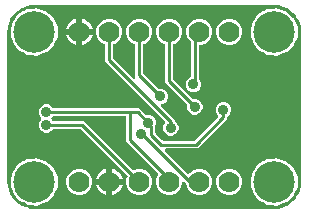
<source format=gbr>
G04 EAGLE Gerber RS-274X export*
G75*
%MOMM*%
%FSLAX34Y34*%
%LPD*%
%INBottom Copper*%
%IPPOS*%
%AMOC8*
5,1,8,0,0,1.08239X$1,22.5*%
G01*
%ADD10C,1.778000*%
%ADD11C,3.516000*%
%ADD12C,0.889000*%
%ADD13C,0.254000*%

G36*
X228622Y2543D02*
X228622Y2543D01*
X228700Y2545D01*
X232077Y2810D01*
X232145Y2824D01*
X232214Y2829D01*
X232370Y2869D01*
X238794Y4956D01*
X238901Y5006D01*
X239012Y5050D01*
X239063Y5083D01*
X239082Y5091D01*
X239097Y5104D01*
X239148Y5136D01*
X244612Y9107D01*
X244699Y9188D01*
X244746Y9227D01*
X244752Y9231D01*
X244753Y9233D01*
X244791Y9264D01*
X244829Y9310D01*
X244844Y9324D01*
X244855Y9341D01*
X244893Y9387D01*
X246586Y11717D01*
X246599Y11741D01*
X246616Y11761D01*
X246675Y11879D01*
X246739Y11996D01*
X246746Y12022D01*
X246758Y12046D01*
X246785Y12174D01*
X246799Y12185D01*
X246823Y12196D01*
X246925Y12281D01*
X247031Y12361D01*
X247048Y12382D01*
X247068Y12398D01*
X247171Y12522D01*
X248864Y14852D01*
X248921Y14956D01*
X248985Y15056D01*
X249007Y15113D01*
X249017Y15131D01*
X249022Y15151D01*
X249044Y15206D01*
X251131Y21630D01*
X251144Y21698D01*
X251167Y21764D01*
X251190Y21923D01*
X251455Y25300D01*
X251455Y25304D01*
X251456Y25307D01*
X251455Y25326D01*
X251459Y25400D01*
X251459Y152400D01*
X251457Y152422D01*
X251455Y152500D01*
X251190Y155877D01*
X251176Y155945D01*
X251171Y156014D01*
X251131Y156170D01*
X249044Y162594D01*
X248993Y162701D01*
X248950Y162812D01*
X248917Y162863D01*
X248909Y162882D01*
X248896Y162897D01*
X248864Y162948D01*
X247171Y165278D01*
X247153Y165297D01*
X247139Y165320D01*
X247044Y165413D01*
X246953Y165509D01*
X246931Y165524D01*
X246912Y165542D01*
X246798Y165608D01*
X246792Y165624D01*
X246789Y165651D01*
X246740Y165775D01*
X246697Y165900D01*
X246682Y165922D01*
X246672Y165947D01*
X246586Y166083D01*
X244893Y168413D01*
X244812Y168499D01*
X244736Y168591D01*
X244690Y168629D01*
X244676Y168644D01*
X244658Y168655D01*
X244612Y168693D01*
X239148Y172664D01*
X239044Y172721D01*
X238944Y172785D01*
X238887Y172807D01*
X238869Y172817D01*
X238849Y172822D01*
X238794Y172844D01*
X232370Y174931D01*
X232302Y174944D01*
X232236Y174967D01*
X232077Y174990D01*
X228700Y175255D01*
X228678Y175254D01*
X228600Y175259D01*
X25400Y175259D01*
X25378Y175257D01*
X25300Y175255D01*
X21923Y174990D01*
X21855Y174976D01*
X21786Y174971D01*
X21630Y174931D01*
X18892Y174041D01*
X18867Y174030D01*
X18841Y174024D01*
X18724Y173963D01*
X18604Y173906D01*
X18583Y173889D01*
X18560Y173877D01*
X18462Y173789D01*
X18445Y173788D01*
X18418Y173793D01*
X18286Y173785D01*
X18153Y173783D01*
X18128Y173775D01*
X18101Y173774D01*
X17945Y173734D01*
X15206Y172844D01*
X15099Y172794D01*
X14988Y172750D01*
X14937Y172717D01*
X14918Y172709D01*
X14903Y172696D01*
X14852Y172664D01*
X9388Y168693D01*
X9301Y168612D01*
X9209Y168536D01*
X9171Y168490D01*
X9156Y168476D01*
X9145Y168458D01*
X9107Y168412D01*
X5136Y162948D01*
X5079Y162844D01*
X5015Y162744D01*
X4993Y162687D01*
X4983Y162669D01*
X4978Y162649D01*
X4956Y162594D01*
X2869Y156170D01*
X2856Y156102D01*
X2833Y156036D01*
X2810Y155877D01*
X2545Y152500D01*
X2546Y152478D01*
X2541Y152400D01*
X2541Y25400D01*
X2543Y25378D01*
X2545Y25300D01*
X2810Y21923D01*
X2824Y21855D01*
X2829Y21786D01*
X2869Y21630D01*
X4956Y15206D01*
X5006Y15099D01*
X5050Y14988D01*
X5083Y14937D01*
X5091Y14918D01*
X5104Y14903D01*
X5136Y14852D01*
X9107Y9388D01*
X9127Y9366D01*
X9138Y9348D01*
X9184Y9305D01*
X9188Y9301D01*
X9264Y9209D01*
X9310Y9171D01*
X9324Y9156D01*
X9342Y9145D01*
X9388Y9107D01*
X14852Y5136D01*
X14956Y5079D01*
X15056Y5015D01*
X15113Y4993D01*
X15131Y4983D01*
X15151Y4978D01*
X15206Y4956D01*
X17945Y4066D01*
X17971Y4061D01*
X17996Y4051D01*
X18127Y4031D01*
X18257Y4006D01*
X18284Y4008D01*
X18310Y4004D01*
X18441Y4018D01*
X18455Y4008D01*
X18474Y3989D01*
X18585Y3917D01*
X18694Y3842D01*
X18719Y3832D01*
X18742Y3818D01*
X18892Y3759D01*
X21630Y2869D01*
X21698Y2856D01*
X21764Y2833D01*
X21923Y2810D01*
X25300Y2545D01*
X25322Y2546D01*
X25400Y2541D01*
X228600Y2541D01*
X228622Y2543D01*
G37*
%LPC*%
G36*
X112127Y14477D02*
X112127Y14477D01*
X108113Y16140D01*
X105040Y19213D01*
X103377Y23227D01*
X103377Y27573D01*
X104248Y29674D01*
X104255Y29702D01*
X104269Y29728D01*
X104297Y29855D01*
X104331Y29980D01*
X104332Y30010D01*
X104338Y30039D01*
X104334Y30168D01*
X104337Y30298D01*
X104330Y30327D01*
X104329Y30357D01*
X104293Y30481D01*
X104262Y30608D01*
X104249Y30634D01*
X104240Y30662D01*
X104174Y30774D01*
X104114Y30889D01*
X104094Y30911D01*
X104079Y30936D01*
X103972Y31057D01*
X65044Y69986D01*
X64965Y70046D01*
X64893Y70114D01*
X64840Y70143D01*
X64792Y70180D01*
X64701Y70220D01*
X64615Y70268D01*
X64556Y70283D01*
X64501Y70307D01*
X64403Y70322D01*
X64307Y70347D01*
X64207Y70353D01*
X64186Y70357D01*
X64174Y70355D01*
X64146Y70357D01*
X41944Y70357D01*
X41846Y70345D01*
X41747Y70342D01*
X41688Y70325D01*
X41628Y70317D01*
X41536Y70281D01*
X41441Y70253D01*
X41389Y70223D01*
X41333Y70200D01*
X41253Y70142D01*
X41167Y70092D01*
X41092Y70026D01*
X41075Y70014D01*
X41068Y70004D01*
X41046Y69986D01*
X39229Y68168D01*
X36849Y67182D01*
X34271Y67182D01*
X31891Y68168D01*
X30068Y69991D01*
X29082Y72371D01*
X29082Y74949D01*
X30068Y77329D01*
X30963Y78223D01*
X31035Y78317D01*
X31114Y78407D01*
X31133Y78443D01*
X31158Y78475D01*
X31205Y78584D01*
X31259Y78690D01*
X31268Y78729D01*
X31284Y78767D01*
X31303Y78884D01*
X31329Y79000D01*
X31327Y79041D01*
X31334Y79081D01*
X31323Y79199D01*
X31319Y79318D01*
X31308Y79357D01*
X31304Y79397D01*
X31264Y79510D01*
X31231Y79624D01*
X31210Y79658D01*
X31196Y79697D01*
X31129Y79795D01*
X31069Y79898D01*
X31029Y79943D01*
X31018Y79960D01*
X31002Y79973D01*
X30963Y80018D01*
X30068Y80913D01*
X29082Y83293D01*
X29082Y85871D01*
X30068Y88251D01*
X31891Y90074D01*
X34271Y91060D01*
X36849Y91060D01*
X39229Y90074D01*
X41046Y88256D01*
X41125Y88196D01*
X41197Y88128D01*
X41250Y88099D01*
X41298Y88062D01*
X41389Y88022D01*
X41475Y87974D01*
X41534Y87959D01*
X41590Y87935D01*
X41688Y87920D01*
X41783Y87895D01*
X41883Y87889D01*
X41904Y87885D01*
X41916Y87887D01*
X41944Y87885D01*
X114110Y87885D01*
X119741Y82254D01*
X119820Y82193D01*
X119892Y82125D01*
X119945Y82096D01*
X119993Y82059D01*
X120084Y82019D01*
X120170Y81971D01*
X120229Y81956D01*
X120284Y81932D01*
X120382Y81917D01*
X120478Y81892D01*
X120578Y81886D01*
X120599Y81882D01*
X120611Y81884D01*
X120639Y81882D01*
X123209Y81882D01*
X125589Y80896D01*
X127412Y79073D01*
X128398Y76693D01*
X128398Y74116D01*
X127859Y72816D01*
X127857Y72807D01*
X127852Y72799D01*
X127844Y72765D01*
X127833Y72742D01*
X127819Y72671D01*
X127815Y72653D01*
X127775Y72509D01*
X127775Y72500D01*
X127773Y72491D01*
X127763Y72330D01*
X127763Y67138D01*
X127775Y67040D01*
X127778Y66941D01*
X127795Y66882D01*
X127803Y66822D01*
X127839Y66730D01*
X127867Y66635D01*
X127897Y66583D01*
X127920Y66527D01*
X127978Y66447D01*
X128028Y66361D01*
X128094Y66286D01*
X128106Y66269D01*
X128116Y66262D01*
X128134Y66240D01*
X133677Y60697D01*
X133756Y60637D01*
X133828Y60569D01*
X133881Y60540D01*
X133929Y60503D01*
X134020Y60463D01*
X134106Y60415D01*
X134165Y60400D01*
X134220Y60376D01*
X134318Y60361D01*
X134414Y60336D01*
X134514Y60330D01*
X134535Y60326D01*
X134547Y60328D01*
X134575Y60326D01*
X160539Y60326D01*
X160637Y60338D01*
X160736Y60341D01*
X160795Y60358D01*
X160855Y60366D01*
X160947Y60402D01*
X161042Y60430D01*
X161094Y60460D01*
X161150Y60483D01*
X161230Y60541D01*
X161316Y60591D01*
X161391Y60657D01*
X161408Y60669D01*
X161416Y60679D01*
X161437Y60697D01*
X180782Y80042D01*
X180855Y80137D01*
X180933Y80226D01*
X180952Y80262D01*
X180977Y80294D01*
X181024Y80403D01*
X181078Y80509D01*
X181087Y80548D01*
X181103Y80586D01*
X181122Y80703D01*
X181148Y80819D01*
X181146Y80860D01*
X181153Y80900D01*
X181142Y81018D01*
X181138Y81137D01*
X181127Y81176D01*
X181123Y81216D01*
X181083Y81328D01*
X181050Y81443D01*
X181029Y81477D01*
X181015Y81516D01*
X180949Y81614D01*
X180888Y81717D01*
X180848Y81762D01*
X180837Y81779D01*
X180822Y81792D01*
X180782Y81837D01*
X179928Y82691D01*
X178942Y85071D01*
X178942Y87649D01*
X179928Y90029D01*
X181751Y91852D01*
X184131Y92838D01*
X186709Y92838D01*
X189089Y91852D01*
X190912Y90029D01*
X191898Y87649D01*
X191898Y85071D01*
X190912Y82691D01*
X189094Y80874D01*
X189034Y80795D01*
X188966Y80723D01*
X188937Y80670D01*
X188900Y80622D01*
X188860Y80531D01*
X188812Y80445D01*
X188797Y80386D01*
X188773Y80330D01*
X188758Y80232D01*
X188733Y80137D01*
X188728Y80060D01*
X188725Y80045D01*
X188726Y80033D01*
X188723Y80016D01*
X188725Y80004D01*
X188723Y79976D01*
X188723Y78642D01*
X166107Y56027D01*
X163801Y53720D01*
X136895Y53720D01*
X136757Y53703D01*
X136618Y53690D01*
X136599Y53683D01*
X136579Y53680D01*
X136450Y53629D01*
X136319Y53582D01*
X136302Y53571D01*
X136284Y53563D01*
X136171Y53482D01*
X136056Y53404D01*
X136043Y53388D01*
X136026Y53377D01*
X135937Y53269D01*
X135845Y53165D01*
X135836Y53147D01*
X135823Y53132D01*
X135764Y53006D01*
X135701Y52882D01*
X135696Y52862D01*
X135688Y52844D01*
X135662Y52708D01*
X135631Y52572D01*
X135632Y52551D01*
X135628Y52532D01*
X135637Y52393D01*
X135641Y52254D01*
X135647Y52234D01*
X135648Y52214D01*
X135691Y52082D01*
X135729Y51948D01*
X135740Y51931D01*
X135746Y51912D01*
X135820Y51794D01*
X135891Y51674D01*
X135909Y51653D01*
X135916Y51643D01*
X135931Y51629D01*
X135997Y51554D01*
X155004Y32546D01*
X155099Y32473D01*
X155188Y32395D01*
X155224Y32376D01*
X155256Y32351D01*
X155365Y32304D01*
X155471Y32250D01*
X155510Y32241D01*
X155547Y32225D01*
X155665Y32206D01*
X155781Y32180D01*
X155822Y32182D01*
X155862Y32175D01*
X155980Y32186D01*
X156099Y32190D01*
X156138Y32201D01*
X156178Y32205D01*
X156290Y32245D01*
X156405Y32278D01*
X156439Y32299D01*
X156477Y32313D01*
X156576Y32380D01*
X156679Y32440D01*
X156724Y32480D01*
X156741Y32491D01*
X156754Y32507D01*
X156799Y32546D01*
X158913Y34660D01*
X162927Y36323D01*
X167273Y36323D01*
X171287Y34660D01*
X174360Y31587D01*
X176023Y27573D01*
X176023Y23227D01*
X174360Y19213D01*
X171287Y16140D01*
X167273Y14477D01*
X162927Y14477D01*
X158913Y16140D01*
X155840Y19213D01*
X154177Y23227D01*
X154177Y23506D01*
X154165Y23604D01*
X154162Y23703D01*
X154145Y23762D01*
X154137Y23822D01*
X154101Y23914D01*
X154073Y24009D01*
X154043Y24061D01*
X154020Y24117D01*
X153962Y24197D01*
X153912Y24283D01*
X153846Y24358D01*
X153834Y24375D01*
X153824Y24383D01*
X153806Y24404D01*
X152789Y25420D01*
X152680Y25505D01*
X152573Y25594D01*
X152554Y25602D01*
X152538Y25615D01*
X152411Y25670D01*
X152285Y25729D01*
X152265Y25733D01*
X152246Y25741D01*
X152108Y25763D01*
X151972Y25789D01*
X151952Y25788D01*
X151932Y25791D01*
X151793Y25778D01*
X151655Y25769D01*
X151636Y25763D01*
X151616Y25761D01*
X151484Y25714D01*
X151353Y25671D01*
X151335Y25660D01*
X151316Y25653D01*
X151201Y25575D01*
X151084Y25501D01*
X151070Y25486D01*
X151053Y25475D01*
X150961Y25371D01*
X150866Y25269D01*
X150856Y25252D01*
X150843Y25236D01*
X150780Y25113D01*
X150712Y24991D01*
X150707Y24971D01*
X150698Y24953D01*
X150668Y24817D01*
X150633Y24683D01*
X150631Y24655D01*
X150628Y24643D01*
X150629Y24622D01*
X150623Y24522D01*
X150623Y23227D01*
X148960Y19213D01*
X145887Y16140D01*
X141873Y14477D01*
X137527Y14477D01*
X133513Y16140D01*
X130440Y19213D01*
X128777Y23227D01*
X128777Y27573D01*
X130391Y31470D01*
X130399Y31498D01*
X130413Y31524D01*
X130441Y31651D01*
X130475Y31776D01*
X130476Y31806D01*
X130482Y31835D01*
X130478Y31965D01*
X130480Y32094D01*
X130474Y32123D01*
X130473Y32153D01*
X130437Y32277D01*
X130406Y32404D01*
X130392Y32430D01*
X130384Y32458D01*
X130318Y32570D01*
X130258Y32685D01*
X130238Y32707D01*
X130223Y32732D01*
X130116Y32853D01*
X105684Y57286D01*
X103377Y59592D01*
X103377Y80010D01*
X103362Y80128D01*
X103355Y80247D01*
X103342Y80285D01*
X103337Y80326D01*
X103294Y80436D01*
X103257Y80549D01*
X103235Y80584D01*
X103220Y80621D01*
X103151Y80717D01*
X103087Y80818D01*
X103057Y80846D01*
X103034Y80879D01*
X102942Y80955D01*
X102855Y81036D01*
X102820Y81056D01*
X102789Y81081D01*
X102681Y81132D01*
X102577Y81190D01*
X102537Y81200D01*
X102501Y81217D01*
X102384Y81239D01*
X102269Y81269D01*
X102209Y81273D01*
X102189Y81277D01*
X102168Y81275D01*
X102108Y81279D01*
X41944Y81279D01*
X41846Y81267D01*
X41747Y81264D01*
X41688Y81247D01*
X41628Y81239D01*
X41536Y81203D01*
X41441Y81175D01*
X41389Y81145D01*
X41333Y81122D01*
X41253Y81064D01*
X41167Y81014D01*
X41092Y80948D01*
X41075Y80936D01*
X41068Y80926D01*
X41046Y80908D01*
X40157Y80018D01*
X40084Y79924D01*
X40006Y79835D01*
X39987Y79799D01*
X39962Y79767D01*
X39915Y79658D01*
X39861Y79552D01*
X39852Y79513D01*
X39836Y79475D01*
X39817Y79358D01*
X39791Y79242D01*
X39793Y79201D01*
X39786Y79161D01*
X39797Y79043D01*
X39801Y78924D01*
X39812Y78885D01*
X39816Y78845D01*
X39856Y78733D01*
X39889Y78618D01*
X39910Y78583D01*
X39924Y78545D01*
X39991Y78447D01*
X40051Y78344D01*
X40091Y78299D01*
X40102Y78282D01*
X40118Y78269D01*
X40157Y78223D01*
X41046Y77334D01*
X41125Y77274D01*
X41197Y77206D01*
X41250Y77177D01*
X41298Y77140D01*
X41389Y77100D01*
X41475Y77052D01*
X41534Y77037D01*
X41590Y77013D01*
X41687Y76998D01*
X41783Y76973D01*
X41883Y76967D01*
X41904Y76963D01*
X41916Y76965D01*
X41944Y76963D01*
X67408Y76963D01*
X108643Y35728D01*
X108667Y35709D01*
X108686Y35687D01*
X108792Y35612D01*
X108894Y35533D01*
X108922Y35521D01*
X108946Y35504D01*
X109067Y35458D01*
X109186Y35406D01*
X109215Y35402D01*
X109243Y35391D01*
X109372Y35377D01*
X109500Y35356D01*
X109530Y35359D01*
X109559Y35356D01*
X109688Y35374D01*
X109817Y35386D01*
X109845Y35396D01*
X109874Y35400D01*
X110026Y35452D01*
X112127Y36323D01*
X116473Y36323D01*
X120487Y34660D01*
X123560Y31587D01*
X125223Y27573D01*
X125223Y23227D01*
X123560Y19213D01*
X120487Y16140D01*
X116473Y14477D01*
X112127Y14477D01*
G37*
%LPD*%
%LPC*%
G36*
X139681Y64642D02*
X139681Y64642D01*
X137301Y65628D01*
X135478Y67451D01*
X134492Y69831D01*
X134492Y72409D01*
X135478Y74789D01*
X135697Y75008D01*
X135770Y75102D01*
X135848Y75191D01*
X135867Y75227D01*
X135892Y75259D01*
X135939Y75368D01*
X135993Y75474D01*
X136002Y75514D01*
X136018Y75551D01*
X136037Y75668D01*
X136063Y75784D01*
X136061Y75825D01*
X136068Y75865D01*
X136057Y75983D01*
X136053Y76102D01*
X136042Y76141D01*
X136038Y76181D01*
X135998Y76294D01*
X135965Y76408D01*
X135944Y76442D01*
X135930Y76481D01*
X135863Y76579D01*
X135803Y76682D01*
X135763Y76727D01*
X135752Y76744D01*
X135737Y76757D01*
X135697Y76803D01*
X85597Y126902D01*
X85597Y141097D01*
X85594Y141126D01*
X85596Y141156D01*
X85574Y141284D01*
X85557Y141413D01*
X85547Y141440D01*
X85542Y141469D01*
X85488Y141588D01*
X85440Y141708D01*
X85423Y141732D01*
X85411Y141759D01*
X85330Y141861D01*
X85254Y141966D01*
X85231Y141985D01*
X85212Y142008D01*
X85109Y142086D01*
X85009Y142169D01*
X84982Y142181D01*
X84958Y142199D01*
X84814Y142270D01*
X82713Y143140D01*
X79640Y146213D01*
X77977Y150227D01*
X77977Y154573D01*
X79640Y158587D01*
X82713Y161660D01*
X86727Y163323D01*
X91073Y163323D01*
X95087Y161660D01*
X98160Y158587D01*
X99823Y154573D01*
X99823Y150227D01*
X98160Y146213D01*
X95087Y143140D01*
X92986Y142270D01*
X92961Y142255D01*
X92933Y142246D01*
X92823Y142177D01*
X92710Y142112D01*
X92689Y142092D01*
X92664Y142076D01*
X92575Y141981D01*
X92482Y141891D01*
X92466Y141866D01*
X92446Y141844D01*
X92383Y141731D01*
X92315Y141620D01*
X92307Y141592D01*
X92292Y141566D01*
X92260Y141440D01*
X92222Y141316D01*
X92220Y141287D01*
X92213Y141258D01*
X92203Y141097D01*
X92203Y130164D01*
X92215Y130066D01*
X92218Y129967D01*
X92235Y129908D01*
X92243Y129848D01*
X92279Y129756D01*
X92307Y129661D01*
X92337Y129609D01*
X92360Y129553D01*
X92418Y129473D01*
X92468Y129387D01*
X92534Y129312D01*
X92546Y129295D01*
X92556Y129287D01*
X92574Y129266D01*
X108831Y113010D01*
X108940Y112925D01*
X109047Y112836D01*
X109066Y112828D01*
X109082Y112815D01*
X109210Y112760D01*
X109335Y112701D01*
X109355Y112697D01*
X109374Y112689D01*
X109512Y112667D01*
X109648Y112641D01*
X109668Y112642D01*
X109688Y112639D01*
X109827Y112652D01*
X109965Y112661D01*
X109984Y112667D01*
X110004Y112669D01*
X110136Y112716D01*
X110267Y112759D01*
X110285Y112770D01*
X110304Y112777D01*
X110419Y112855D01*
X110536Y112929D01*
X110550Y112944D01*
X110567Y112955D01*
X110659Y113059D01*
X110754Y113161D01*
X110764Y113178D01*
X110777Y113194D01*
X110841Y113317D01*
X110908Y113439D01*
X110913Y113459D01*
X110922Y113477D01*
X110952Y113613D01*
X110987Y113747D01*
X110989Y113775D01*
X110992Y113787D01*
X110991Y113808D01*
X110997Y113908D01*
X110997Y141097D01*
X110994Y141126D01*
X110996Y141156D01*
X110974Y141284D01*
X110957Y141413D01*
X110947Y141440D01*
X110942Y141469D01*
X110888Y141588D01*
X110840Y141708D01*
X110823Y141732D01*
X110811Y141759D01*
X110730Y141861D01*
X110654Y141966D01*
X110631Y141985D01*
X110612Y142008D01*
X110509Y142086D01*
X110409Y142169D01*
X110382Y142181D01*
X110358Y142199D01*
X110214Y142270D01*
X108113Y143140D01*
X105040Y146213D01*
X103377Y150227D01*
X103377Y154573D01*
X105040Y158587D01*
X108113Y161660D01*
X112127Y163323D01*
X116473Y163323D01*
X120487Y161660D01*
X123560Y158587D01*
X125223Y154573D01*
X125223Y150227D01*
X123560Y146213D01*
X120487Y143140D01*
X118386Y142270D01*
X118361Y142255D01*
X118333Y142246D01*
X118223Y142177D01*
X118110Y142112D01*
X118089Y142092D01*
X118064Y142076D01*
X117975Y141981D01*
X117882Y141891D01*
X117866Y141866D01*
X117846Y141844D01*
X117783Y141731D01*
X117715Y141620D01*
X117707Y141592D01*
X117692Y141566D01*
X117660Y141440D01*
X117622Y141316D01*
X117620Y141287D01*
X117613Y141258D01*
X117603Y141097D01*
X117603Y117464D01*
X117615Y117366D01*
X117618Y117267D01*
X117635Y117208D01*
X117643Y117148D01*
X117679Y117056D01*
X117707Y116961D01*
X117737Y116909D01*
X117760Y116853D01*
X117818Y116773D01*
X117868Y116687D01*
X117934Y116612D01*
X117946Y116595D01*
X117956Y116587D01*
X117974Y116566D01*
X129901Y104639D01*
X129980Y104579D01*
X130052Y104511D01*
X130105Y104482D01*
X130153Y104445D01*
X130244Y104405D01*
X130330Y104357D01*
X130389Y104342D01*
X130444Y104318D01*
X130542Y104303D01*
X130638Y104278D01*
X130738Y104272D01*
X130759Y104268D01*
X130771Y104270D01*
X130799Y104268D01*
X133369Y104268D01*
X135749Y103282D01*
X137572Y101459D01*
X138558Y99079D01*
X138558Y96501D01*
X137572Y94121D01*
X135749Y92298D01*
X133168Y91229D01*
X133148Y91221D01*
X133017Y91174D01*
X133000Y91163D01*
X132982Y91155D01*
X132869Y91074D01*
X132754Y90996D01*
X132741Y90980D01*
X132724Y90969D01*
X132636Y90861D01*
X132543Y90757D01*
X132534Y90739D01*
X132521Y90724D01*
X132462Y90598D01*
X132399Y90474D01*
X132394Y90454D01*
X132386Y90436D01*
X132360Y90300D01*
X132329Y90164D01*
X132330Y90143D01*
X132326Y90124D01*
X132335Y89985D01*
X132339Y89846D01*
X132345Y89826D01*
X132346Y89806D01*
X132389Y89674D01*
X132427Y89540D01*
X132438Y89523D01*
X132444Y89504D01*
X132518Y89386D01*
X132589Y89266D01*
X132607Y89245D01*
X132614Y89235D01*
X132629Y89221D01*
X132695Y89146D01*
X144273Y77568D01*
X144273Y77504D01*
X144285Y77406D01*
X144288Y77307D01*
X144305Y77248D01*
X144313Y77188D01*
X144349Y77096D01*
X144377Y77001D01*
X144407Y76949D01*
X144430Y76893D01*
X144488Y76813D01*
X144538Y76727D01*
X144604Y76652D01*
X144616Y76635D01*
X144626Y76628D01*
X144644Y76606D01*
X146462Y74789D01*
X147448Y72409D01*
X147448Y69831D01*
X146462Y67451D01*
X144639Y65628D01*
X142259Y64642D01*
X139681Y64642D01*
G37*
%LPD*%
%LPC*%
G36*
X226876Y5780D02*
X226876Y5780D01*
X226858Y5780D01*
X226743Y5787D01*
X224699Y5787D01*
X224151Y6014D01*
X224052Y6041D01*
X223957Y6077D01*
X223865Y6092D01*
X223844Y6098D01*
X223831Y6098D01*
X223798Y6104D01*
X222379Y6253D01*
X219415Y7964D01*
X219413Y7965D01*
X219410Y7967D01*
X219266Y8038D01*
X217490Y8773D01*
X216893Y9370D01*
X216826Y9422D01*
X216765Y9483D01*
X216651Y9558D01*
X216642Y9565D01*
X216638Y9567D01*
X216631Y9572D01*
X215129Y10439D01*
X213339Y12903D01*
X213326Y12917D01*
X213316Y12933D01*
X213209Y13054D01*
X211973Y14290D01*
X211557Y15296D01*
X211522Y15356D01*
X211497Y15420D01*
X211411Y15556D01*
X210208Y17211D01*
X209647Y19849D01*
X209636Y19883D01*
X209631Y19919D01*
X209579Y20071D01*
X208987Y21499D01*
X208987Y22822D01*
X208981Y22874D01*
X208983Y22926D01*
X208960Y23086D01*
X208468Y25400D01*
X208960Y27714D01*
X208964Y27767D01*
X208977Y27817D01*
X208987Y27978D01*
X208987Y29301D01*
X209579Y30729D01*
X209588Y30763D01*
X209604Y30795D01*
X209647Y30951D01*
X210208Y33589D01*
X211411Y35244D01*
X211444Y35305D01*
X211486Y35360D01*
X211557Y35504D01*
X211973Y36510D01*
X213209Y37746D01*
X213221Y37761D01*
X213236Y37773D01*
X213339Y37897D01*
X215129Y40361D01*
X216631Y41228D01*
X216699Y41280D01*
X216773Y41324D01*
X216875Y41414D01*
X216884Y41421D01*
X216887Y41424D01*
X216893Y41430D01*
X217490Y42027D01*
X219266Y42762D01*
X219268Y42764D01*
X219271Y42764D01*
X219415Y42836D01*
X222379Y44547D01*
X223798Y44696D01*
X223898Y44720D01*
X223999Y44734D01*
X224087Y44764D01*
X224108Y44769D01*
X224120Y44775D01*
X224151Y44786D01*
X224699Y45013D01*
X226743Y45013D01*
X226760Y45015D01*
X226876Y45020D01*
X230704Y45422D01*
X231773Y45075D01*
X231890Y45053D01*
X232005Y45023D01*
X232065Y45019D01*
X232085Y45015D01*
X232106Y45017D01*
X232165Y45013D01*
X232501Y45013D01*
X234409Y44223D01*
X234430Y44217D01*
X234503Y44188D01*
X238666Y42835D01*
X239278Y42285D01*
X239389Y42207D01*
X239497Y42126D01*
X239527Y42111D01*
X239539Y42103D01*
X239559Y42096D01*
X239641Y42055D01*
X239710Y42027D01*
X241005Y40732D01*
X241019Y40721D01*
X241053Y40686D01*
X244887Y37234D01*
X245100Y36756D01*
X245179Y36626D01*
X245450Y35971D01*
X245455Y35963D01*
X245463Y35941D01*
X248292Y29586D01*
X248292Y21214D01*
X245463Y14859D01*
X245460Y14849D01*
X245450Y14829D01*
X245194Y14211D01*
X245175Y14187D01*
X245170Y14178D01*
X245168Y14175D01*
X245163Y14165D01*
X245100Y14044D01*
X244985Y13785D01*
X244977Y13759D01*
X244964Y13736D01*
X244931Y13607D01*
X244914Y13552D01*
X244880Y13536D01*
X244860Y13519D01*
X244836Y13507D01*
X244710Y13407D01*
X241053Y10114D01*
X241041Y10100D01*
X241005Y10068D01*
X239710Y8773D01*
X239641Y8745D01*
X239524Y8678D01*
X239404Y8615D01*
X239377Y8594D01*
X239365Y8587D01*
X239350Y8572D01*
X239278Y8515D01*
X238666Y7965D01*
X234502Y6612D01*
X234483Y6603D01*
X234409Y6577D01*
X232501Y5787D01*
X232165Y5787D01*
X232047Y5772D01*
X231929Y5765D01*
X231870Y5750D01*
X231850Y5747D01*
X231831Y5740D01*
X231773Y5725D01*
X230704Y5378D01*
X226876Y5780D01*
G37*
%LPD*%
%LPC*%
G36*
X226876Y132780D02*
X226876Y132780D01*
X226858Y132780D01*
X226743Y132787D01*
X224699Y132787D01*
X224151Y133014D01*
X224052Y133041D01*
X223957Y133077D01*
X223865Y133092D01*
X223844Y133098D01*
X223831Y133098D01*
X223798Y133104D01*
X222379Y133253D01*
X219415Y134964D01*
X219413Y134965D01*
X219410Y134967D01*
X219266Y135038D01*
X217490Y135773D01*
X216893Y136370D01*
X216826Y136422D01*
X216765Y136483D01*
X216651Y136558D01*
X216642Y136565D01*
X216638Y136567D01*
X216631Y136572D01*
X215129Y137439D01*
X213339Y139903D01*
X213326Y139917D01*
X213316Y139933D01*
X213209Y140054D01*
X211973Y141290D01*
X211557Y142296D01*
X211522Y142356D01*
X211497Y142420D01*
X211411Y142556D01*
X210208Y144211D01*
X209647Y146849D01*
X209636Y146883D01*
X209631Y146919D01*
X209579Y147071D01*
X208987Y148499D01*
X208987Y149822D01*
X208981Y149874D01*
X208983Y149926D01*
X208960Y150086D01*
X208468Y152400D01*
X208960Y154714D01*
X208964Y154767D01*
X208977Y154817D01*
X208987Y154978D01*
X208987Y156301D01*
X209579Y157729D01*
X209588Y157763D01*
X209604Y157795D01*
X209647Y157951D01*
X210208Y160589D01*
X211411Y162244D01*
X211444Y162305D01*
X211486Y162360D01*
X211557Y162504D01*
X211973Y163510D01*
X213209Y164746D01*
X213221Y164761D01*
X213236Y164773D01*
X213339Y164897D01*
X215129Y167361D01*
X216631Y168228D01*
X216699Y168280D01*
X216773Y168324D01*
X216875Y168414D01*
X216884Y168421D01*
X216887Y168424D01*
X216893Y168430D01*
X217490Y169027D01*
X219266Y169762D01*
X219268Y169764D01*
X219271Y169764D01*
X219415Y169836D01*
X222379Y171547D01*
X223798Y171696D01*
X223898Y171720D01*
X223999Y171734D01*
X224087Y171764D01*
X224108Y171769D01*
X224120Y171775D01*
X224151Y171786D01*
X224699Y172013D01*
X226743Y172013D01*
X226760Y172015D01*
X226876Y172020D01*
X230704Y172422D01*
X231773Y172075D01*
X231890Y172053D01*
X232005Y172023D01*
X232065Y172019D01*
X232085Y172015D01*
X232106Y172017D01*
X232165Y172013D01*
X232501Y172013D01*
X234409Y171223D01*
X234430Y171217D01*
X234503Y171188D01*
X238666Y169835D01*
X239278Y169285D01*
X239389Y169207D01*
X239497Y169126D01*
X239527Y169111D01*
X239539Y169103D01*
X239559Y169096D01*
X239641Y169055D01*
X239710Y169027D01*
X241005Y167732D01*
X241019Y167721D01*
X241053Y167686D01*
X244710Y164393D01*
X244732Y164378D01*
X244750Y164359D01*
X244862Y164287D01*
X244910Y164254D01*
X244914Y164217D01*
X244924Y164192D01*
X244929Y164166D01*
X244985Y164015D01*
X245100Y163756D01*
X245179Y163626D01*
X245450Y162971D01*
X245455Y162963D01*
X245463Y162941D01*
X248292Y156586D01*
X248292Y148214D01*
X245463Y141859D01*
X245460Y141849D01*
X245450Y141829D01*
X245194Y141211D01*
X245175Y141187D01*
X245170Y141179D01*
X245168Y141175D01*
X245163Y141164D01*
X245100Y141044D01*
X244887Y140566D01*
X241053Y137114D01*
X241041Y137100D01*
X241005Y137068D01*
X239710Y135773D01*
X239641Y135745D01*
X239524Y135678D01*
X239404Y135615D01*
X239377Y135594D01*
X239365Y135587D01*
X239350Y135572D01*
X239278Y135515D01*
X238666Y134965D01*
X234502Y133612D01*
X234483Y133603D01*
X234409Y133577D01*
X232501Y132787D01*
X232165Y132787D01*
X232047Y132772D01*
X231929Y132765D01*
X231870Y132750D01*
X231850Y132747D01*
X231831Y132740D01*
X231773Y132725D01*
X230704Y132378D01*
X226876Y132780D01*
G37*
%LPD*%
%LPC*%
G36*
X23676Y5780D02*
X23676Y5780D01*
X23658Y5780D01*
X23543Y5787D01*
X21499Y5787D01*
X20951Y6014D01*
X20852Y6041D01*
X20757Y6077D01*
X20665Y6092D01*
X20644Y6098D01*
X20631Y6098D01*
X20598Y6104D01*
X19416Y6228D01*
X19390Y6227D01*
X19364Y6232D01*
X19231Y6224D01*
X19173Y6223D01*
X19147Y6250D01*
X19125Y6265D01*
X19106Y6283D01*
X18972Y6372D01*
X16215Y7964D01*
X16213Y7965D01*
X16210Y7967D01*
X16066Y8038D01*
X14290Y8773D01*
X13693Y9370D01*
X13626Y9422D01*
X13565Y9483D01*
X13451Y9558D01*
X13442Y9565D01*
X13438Y9567D01*
X13431Y9572D01*
X11929Y10439D01*
X10139Y12903D01*
X10126Y12917D01*
X10116Y12933D01*
X10009Y13054D01*
X8773Y14290D01*
X8357Y15296D01*
X8322Y15356D01*
X8297Y15420D01*
X8211Y15556D01*
X7008Y17211D01*
X6447Y19849D01*
X6436Y19883D01*
X6431Y19919D01*
X6379Y20071D01*
X5787Y21499D01*
X5787Y22822D01*
X5781Y22874D01*
X5783Y22926D01*
X5760Y23086D01*
X5268Y25400D01*
X5760Y27714D01*
X5764Y27767D01*
X5777Y27817D01*
X5787Y27978D01*
X5787Y29301D01*
X6379Y30729D01*
X6388Y30763D01*
X6404Y30795D01*
X6447Y30951D01*
X7008Y33589D01*
X8211Y35244D01*
X8244Y35305D01*
X8286Y35360D01*
X8357Y35504D01*
X8773Y36510D01*
X10009Y37746D01*
X10021Y37761D01*
X10036Y37773D01*
X10139Y37897D01*
X11929Y40361D01*
X13431Y41228D01*
X13499Y41280D01*
X13573Y41324D01*
X13675Y41414D01*
X13684Y41421D01*
X13687Y41424D01*
X13693Y41430D01*
X14290Y42027D01*
X16066Y42762D01*
X16068Y42764D01*
X16071Y42764D01*
X16215Y42836D01*
X19179Y44547D01*
X20598Y44696D01*
X20698Y44720D01*
X20799Y44734D01*
X20887Y44764D01*
X20908Y44769D01*
X20920Y44775D01*
X20951Y44786D01*
X21499Y45013D01*
X23543Y45013D01*
X23560Y45015D01*
X23676Y45020D01*
X27504Y45422D01*
X28573Y45075D01*
X28690Y45053D01*
X28805Y45023D01*
X28865Y45019D01*
X28885Y45015D01*
X28906Y45017D01*
X28965Y45013D01*
X29301Y45013D01*
X31209Y44223D01*
X31230Y44217D01*
X31303Y44188D01*
X35466Y42835D01*
X36078Y42285D01*
X36189Y42207D01*
X36297Y42126D01*
X36327Y42111D01*
X36339Y42103D01*
X36359Y42096D01*
X36441Y42055D01*
X36510Y42027D01*
X37805Y40732D01*
X37819Y40721D01*
X37853Y40686D01*
X41687Y37234D01*
X41900Y36756D01*
X41979Y36626D01*
X42250Y35971D01*
X42255Y35963D01*
X42263Y35941D01*
X45092Y29586D01*
X45092Y21214D01*
X42263Y14859D01*
X42260Y14849D01*
X42250Y14829D01*
X41994Y14211D01*
X41975Y14187D01*
X41970Y14179D01*
X41968Y14175D01*
X41963Y14164D01*
X41900Y14044D01*
X41687Y13566D01*
X37853Y10114D01*
X37841Y10100D01*
X37805Y10068D01*
X36510Y8773D01*
X36441Y8745D01*
X36324Y8678D01*
X36204Y8615D01*
X36177Y8594D01*
X36165Y8587D01*
X36150Y8572D01*
X36078Y8515D01*
X35466Y7965D01*
X31302Y6612D01*
X31283Y6603D01*
X31209Y6577D01*
X29301Y5787D01*
X28965Y5787D01*
X28847Y5772D01*
X28729Y5765D01*
X28670Y5750D01*
X28650Y5747D01*
X28631Y5740D01*
X28573Y5725D01*
X27504Y5378D01*
X23676Y5780D01*
G37*
%LPD*%
%LPC*%
G36*
X23676Y132780D02*
X23676Y132780D01*
X23658Y132780D01*
X23543Y132787D01*
X21499Y132787D01*
X20951Y133014D01*
X20852Y133041D01*
X20757Y133077D01*
X20665Y133092D01*
X20644Y133098D01*
X20631Y133098D01*
X20598Y133104D01*
X19179Y133253D01*
X16215Y134964D01*
X16213Y134965D01*
X16210Y134967D01*
X16066Y135038D01*
X14290Y135773D01*
X13693Y136370D01*
X13626Y136422D01*
X13565Y136483D01*
X13451Y136558D01*
X13442Y136565D01*
X13438Y136567D01*
X13431Y136572D01*
X11929Y137439D01*
X10139Y139903D01*
X10126Y139917D01*
X10116Y139933D01*
X10009Y140054D01*
X8773Y141290D01*
X8357Y142296D01*
X8322Y142356D01*
X8297Y142420D01*
X8211Y142556D01*
X7008Y144211D01*
X6447Y146849D01*
X6436Y146883D01*
X6431Y146919D01*
X6379Y147071D01*
X5787Y148499D01*
X5787Y149822D01*
X5781Y149874D01*
X5783Y149926D01*
X5760Y150086D01*
X5268Y152400D01*
X5760Y154714D01*
X5764Y154767D01*
X5777Y154817D01*
X5787Y154978D01*
X5787Y156301D01*
X6379Y157729D01*
X6388Y157763D01*
X6404Y157795D01*
X6447Y157951D01*
X7008Y160589D01*
X8211Y162244D01*
X8244Y162305D01*
X8286Y162360D01*
X8357Y162504D01*
X8773Y163510D01*
X10009Y164746D01*
X10021Y164761D01*
X10036Y164773D01*
X10139Y164897D01*
X11929Y167361D01*
X13431Y168228D01*
X13499Y168280D01*
X13573Y168324D01*
X13675Y168414D01*
X13684Y168421D01*
X13687Y168424D01*
X13693Y168430D01*
X14290Y169027D01*
X16066Y169762D01*
X16068Y169764D01*
X16071Y169764D01*
X16215Y169836D01*
X18972Y171428D01*
X18993Y171444D01*
X19017Y171455D01*
X19119Y171540D01*
X19166Y171575D01*
X19203Y171568D01*
X19229Y171569D01*
X19256Y171565D01*
X19416Y171572D01*
X20598Y171696D01*
X20698Y171720D01*
X20799Y171734D01*
X20887Y171764D01*
X20908Y171769D01*
X20920Y171775D01*
X20951Y171786D01*
X21499Y172013D01*
X23543Y172013D01*
X23560Y172015D01*
X23676Y172020D01*
X27504Y172422D01*
X28573Y172075D01*
X28690Y172053D01*
X28805Y172023D01*
X28865Y172019D01*
X28885Y172015D01*
X28906Y172017D01*
X28965Y172013D01*
X29301Y172013D01*
X31209Y171222D01*
X31230Y171217D01*
X31303Y171188D01*
X35466Y169835D01*
X36078Y169285D01*
X36189Y169207D01*
X36297Y169126D01*
X36327Y169111D01*
X36339Y169103D01*
X36359Y169096D01*
X36441Y169055D01*
X36510Y169027D01*
X37805Y167732D01*
X37819Y167721D01*
X37853Y167686D01*
X41687Y164234D01*
X41900Y163756D01*
X41979Y163626D01*
X42250Y162971D01*
X42255Y162962D01*
X42263Y162941D01*
X45092Y156586D01*
X45092Y148214D01*
X42263Y141859D01*
X42260Y141849D01*
X42250Y141829D01*
X41994Y141211D01*
X41975Y141187D01*
X41970Y141179D01*
X41968Y141175D01*
X41963Y141164D01*
X41900Y141044D01*
X41687Y140566D01*
X37853Y137114D01*
X37841Y137100D01*
X37805Y137068D01*
X36510Y135773D01*
X36441Y135745D01*
X36324Y135678D01*
X36204Y135615D01*
X36177Y135594D01*
X36165Y135587D01*
X36150Y135572D01*
X36078Y135515D01*
X35466Y134965D01*
X31302Y133612D01*
X31283Y133603D01*
X31209Y133577D01*
X29301Y132787D01*
X28965Y132787D01*
X28847Y132772D01*
X28729Y132765D01*
X28670Y132750D01*
X28650Y132747D01*
X28631Y132740D01*
X28573Y132725D01*
X27504Y132378D01*
X23676Y132780D01*
G37*
%LPD*%
%LPC*%
G36*
X160001Y82422D02*
X160001Y82422D01*
X157621Y83408D01*
X155798Y85231D01*
X154812Y87611D01*
X154812Y90181D01*
X154800Y90279D01*
X154797Y90378D01*
X154780Y90437D01*
X154772Y90497D01*
X154736Y90589D01*
X154708Y90684D01*
X154678Y90736D01*
X154655Y90792D01*
X154597Y90872D01*
X154547Y90958D01*
X154481Y91033D01*
X154469Y91050D01*
X154459Y91058D01*
X154441Y91079D01*
X136397Y109122D01*
X136397Y141097D01*
X136394Y141126D01*
X136396Y141156D01*
X136374Y141284D01*
X136357Y141413D01*
X136347Y141440D01*
X136342Y141469D01*
X136288Y141588D01*
X136240Y141708D01*
X136223Y141732D01*
X136211Y141759D01*
X136130Y141861D01*
X136054Y141966D01*
X136031Y141985D01*
X136012Y142008D01*
X135909Y142086D01*
X135809Y142169D01*
X135782Y142181D01*
X135758Y142199D01*
X135614Y142270D01*
X133513Y143140D01*
X130440Y146213D01*
X128777Y150227D01*
X128777Y154573D01*
X130440Y158587D01*
X133513Y161660D01*
X137527Y163323D01*
X141873Y163323D01*
X145887Y161660D01*
X148960Y158587D01*
X150623Y154573D01*
X150623Y150227D01*
X148960Y146213D01*
X145887Y143140D01*
X143786Y142270D01*
X143761Y142255D01*
X143733Y142246D01*
X143623Y142177D01*
X143510Y142112D01*
X143489Y142092D01*
X143464Y142076D01*
X143375Y141981D01*
X143282Y141891D01*
X143266Y141866D01*
X143246Y141844D01*
X143183Y141731D01*
X143115Y141620D01*
X143107Y141592D01*
X143092Y141566D01*
X143060Y141440D01*
X143022Y141316D01*
X143020Y141287D01*
X143013Y141258D01*
X143003Y141097D01*
X143003Y112384D01*
X143015Y112286D01*
X143018Y112187D01*
X143035Y112128D01*
X143043Y112068D01*
X143079Y111976D01*
X143107Y111881D01*
X143137Y111829D01*
X143160Y111773D01*
X143218Y111693D01*
X143268Y111607D01*
X143334Y111532D01*
X143346Y111515D01*
X143356Y111507D01*
X143374Y111486D01*
X159111Y95749D01*
X159190Y95689D01*
X159262Y95621D01*
X159315Y95592D01*
X159363Y95555D01*
X159454Y95515D01*
X159540Y95467D01*
X159599Y95452D01*
X159654Y95428D01*
X159752Y95413D01*
X159848Y95388D01*
X159948Y95382D01*
X159969Y95378D01*
X159981Y95380D01*
X160009Y95378D01*
X162579Y95378D01*
X164959Y94392D01*
X166782Y92569D01*
X167768Y90189D01*
X167768Y87611D01*
X166782Y85231D01*
X164959Y83408D01*
X162579Y82422D01*
X160001Y82422D01*
G37*
%LPD*%
%LPC*%
G36*
X158731Y101472D02*
X158731Y101472D01*
X156351Y102458D01*
X154528Y104281D01*
X153542Y106661D01*
X153542Y109239D01*
X154528Y111619D01*
X156351Y113442D01*
X157204Y113795D01*
X157229Y113810D01*
X157257Y113819D01*
X157367Y113888D01*
X157480Y113952D01*
X157501Y113973D01*
X157526Y113989D01*
X157615Y114083D01*
X157708Y114174D01*
X157724Y114199D01*
X157744Y114220D01*
X157807Y114334D01*
X157875Y114445D01*
X157883Y114473D01*
X157898Y114499D01*
X157930Y114625D01*
X157968Y114749D01*
X157970Y114778D01*
X157977Y114807D01*
X157987Y114968D01*
X157987Y143540D01*
X157975Y143638D01*
X157972Y143737D01*
X157955Y143795D01*
X157947Y143855D01*
X157911Y143948D01*
X157883Y144043D01*
X157853Y144095D01*
X157830Y144151D01*
X157772Y144231D01*
X157722Y144317D01*
X157656Y144392D01*
X157644Y144408D01*
X157634Y144416D01*
X157616Y144437D01*
X155840Y146213D01*
X154177Y150227D01*
X154177Y154573D01*
X155840Y158587D01*
X158913Y161660D01*
X162927Y163323D01*
X167273Y163323D01*
X171287Y161660D01*
X174360Y158587D01*
X176023Y154573D01*
X176023Y150227D01*
X174360Y146213D01*
X171287Y143140D01*
X167273Y141477D01*
X165862Y141477D01*
X165744Y141462D01*
X165625Y141455D01*
X165587Y141442D01*
X165546Y141437D01*
X165436Y141394D01*
X165323Y141357D01*
X165288Y141335D01*
X165251Y141320D01*
X165155Y141251D01*
X165054Y141187D01*
X165026Y141157D01*
X164993Y141134D01*
X164917Y141042D01*
X164836Y140955D01*
X164816Y140920D01*
X164791Y140889D01*
X164740Y140781D01*
X164682Y140677D01*
X164672Y140637D01*
X164655Y140601D01*
X164633Y140484D01*
X164603Y140369D01*
X164599Y140309D01*
X164595Y140289D01*
X164597Y140268D01*
X164593Y140208D01*
X164593Y113064D01*
X164605Y112966D01*
X164608Y112867D01*
X164625Y112808D01*
X164633Y112748D01*
X164669Y112656D01*
X164697Y112561D01*
X164727Y112509D01*
X164750Y112453D01*
X164808Y112373D01*
X164858Y112287D01*
X164924Y112212D01*
X164936Y112195D01*
X164946Y112188D01*
X164964Y112166D01*
X165512Y111619D01*
X166498Y109239D01*
X166498Y106661D01*
X165512Y104281D01*
X163689Y102458D01*
X161309Y101472D01*
X158731Y101472D01*
G37*
%LPD*%
%LPC*%
G36*
X188327Y141477D02*
X188327Y141477D01*
X184313Y143140D01*
X181240Y146213D01*
X179577Y150227D01*
X179577Y154573D01*
X181240Y158587D01*
X184313Y161660D01*
X188327Y163323D01*
X192673Y163323D01*
X196687Y161660D01*
X199760Y158587D01*
X201423Y154573D01*
X201423Y150227D01*
X199760Y146213D01*
X196687Y143140D01*
X192673Y141477D01*
X188327Y141477D01*
G37*
%LPD*%
%LPC*%
G36*
X188327Y14477D02*
X188327Y14477D01*
X184313Y16140D01*
X181240Y19213D01*
X179577Y23227D01*
X179577Y27573D01*
X181240Y31587D01*
X184313Y34660D01*
X188327Y36323D01*
X192673Y36323D01*
X196687Y34660D01*
X199760Y31587D01*
X201423Y27573D01*
X201423Y23227D01*
X199760Y19213D01*
X196687Y16140D01*
X192673Y14477D01*
X188327Y14477D01*
G37*
%LPD*%
%LPC*%
G36*
X61327Y14477D02*
X61327Y14477D01*
X57313Y16140D01*
X54240Y19213D01*
X52577Y23227D01*
X52577Y27573D01*
X54240Y31587D01*
X57313Y34660D01*
X61327Y36323D01*
X65673Y36323D01*
X69687Y34660D01*
X72760Y31587D01*
X74423Y27573D01*
X74423Y23227D01*
X72760Y19213D01*
X69687Y16140D01*
X65673Y14477D01*
X61327Y14477D01*
G37*
%LPD*%
%LPC*%
G36*
X65999Y154899D02*
X65999Y154899D01*
X65999Y163577D01*
X66177Y163549D01*
X67888Y162993D01*
X69491Y162177D01*
X70947Y161119D01*
X72219Y159847D01*
X73277Y158391D01*
X74093Y156788D01*
X74649Y155077D01*
X74677Y154899D01*
X65999Y154899D01*
G37*
%LPD*%
%LPC*%
G36*
X91399Y27899D02*
X91399Y27899D01*
X91399Y36577D01*
X91577Y36549D01*
X93288Y35993D01*
X94891Y35177D01*
X96347Y34119D01*
X97619Y32847D01*
X98677Y31391D01*
X99493Y29788D01*
X100049Y28077D01*
X100077Y27899D01*
X91399Y27899D01*
G37*
%LPD*%
%LPC*%
G36*
X52323Y154899D02*
X52323Y154899D01*
X52351Y155077D01*
X52907Y156788D01*
X53723Y158391D01*
X54781Y159847D01*
X56053Y161119D01*
X57509Y162177D01*
X59112Y162993D01*
X60823Y163549D01*
X61001Y163577D01*
X61001Y154899D01*
X52323Y154899D01*
G37*
%LPD*%
%LPC*%
G36*
X65999Y149901D02*
X65999Y149901D01*
X74677Y149901D01*
X74649Y149723D01*
X74093Y148012D01*
X73277Y146409D01*
X72219Y144953D01*
X70947Y143681D01*
X69491Y142623D01*
X67888Y141807D01*
X66177Y141251D01*
X65999Y141223D01*
X65999Y149901D01*
G37*
%LPD*%
%LPC*%
G36*
X77723Y27899D02*
X77723Y27899D01*
X77751Y28077D01*
X78307Y29788D01*
X79123Y31391D01*
X80181Y32847D01*
X81453Y34119D01*
X82909Y35177D01*
X84512Y35993D01*
X86223Y36549D01*
X86401Y36577D01*
X86401Y27899D01*
X77723Y27899D01*
G37*
%LPD*%
%LPC*%
G36*
X91399Y22901D02*
X91399Y22901D01*
X100077Y22901D01*
X100049Y22723D01*
X99493Y21012D01*
X98677Y19409D01*
X97619Y17953D01*
X96347Y16681D01*
X94891Y15623D01*
X93288Y14807D01*
X91577Y14251D01*
X91399Y14223D01*
X91399Y22901D01*
G37*
%LPD*%
%LPC*%
G36*
X60823Y141251D02*
X60823Y141251D01*
X59112Y141807D01*
X57509Y142623D01*
X56053Y143681D01*
X54781Y144953D01*
X53723Y146409D01*
X52907Y148012D01*
X52351Y149723D01*
X52323Y149901D01*
X61001Y149901D01*
X61001Y141223D01*
X60823Y141251D01*
G37*
%LPD*%
%LPC*%
G36*
X86223Y14251D02*
X86223Y14251D01*
X84512Y14807D01*
X82909Y15623D01*
X81453Y16681D01*
X80181Y17953D01*
X79123Y19409D01*
X78307Y21012D01*
X77751Y22723D01*
X77723Y22901D01*
X86401Y22901D01*
X86401Y14223D01*
X86223Y14251D01*
G37*
%LPD*%
D10*
X63500Y25400D03*
X88900Y25400D03*
X114300Y25400D03*
X139700Y25400D03*
X165100Y25400D03*
X190500Y25400D03*
D11*
X25400Y152400D03*
X228600Y152400D03*
X25400Y25400D03*
X228600Y25400D03*
D10*
X63500Y152400D03*
X88900Y152400D03*
X114300Y152400D03*
X139700Y152400D03*
X165100Y152400D03*
X190500Y152400D03*
D12*
X33020Y104140D03*
X149860Y114300D03*
X223520Y66040D03*
X35560Y84582D03*
X121920Y75404D03*
D13*
X112742Y84582D01*
X106680Y84582D02*
X35560Y84582D01*
X106680Y84582D02*
X112742Y84582D01*
X139700Y27940D02*
X139700Y25400D01*
X139700Y27940D02*
X106680Y60960D01*
X106680Y84582D01*
X124460Y65244D02*
X132681Y57023D01*
X124460Y72864D02*
X121920Y75404D01*
X124460Y72864D02*
X124460Y65244D01*
X185420Y80010D02*
X185420Y86360D01*
X185420Y80010D02*
X162433Y57023D01*
D12*
X185420Y86360D03*
D13*
X162433Y57023D02*
X132681Y57023D01*
D12*
X35560Y73660D03*
D13*
X66040Y73660D01*
X114300Y25400D01*
D12*
X115443Y66040D03*
D13*
X116840Y66040D01*
X157480Y25400D01*
X165100Y25400D01*
D12*
X140970Y71120D03*
D13*
X140970Y76200D01*
X88900Y128270D01*
X88900Y152400D01*
D12*
X132080Y97790D03*
D13*
X114300Y115570D01*
X114300Y152400D01*
D12*
X161290Y88900D03*
D13*
X139700Y110490D01*
X139700Y152400D01*
D12*
X160020Y107950D03*
D13*
X161290Y109220D01*
X161290Y148590D01*
X165100Y152400D01*
M02*

</source>
